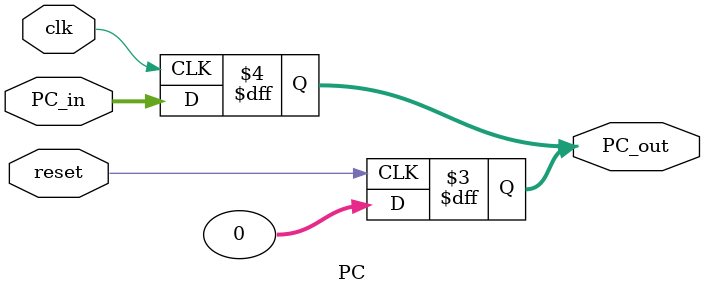
<source format=v>
`timescale 1ns / 1ps


module PC(
    input clk,
    input reset,
    input [31:0] PC_in,
    output reg[31:0] PC_out
    );
    
    always @(negedge clk)
    begin
        PC_out <= PC_in;
    end
    
    always @(posedge reset)
    begin
        PC_out = 32'b0;
    end
endmodule

</source>
